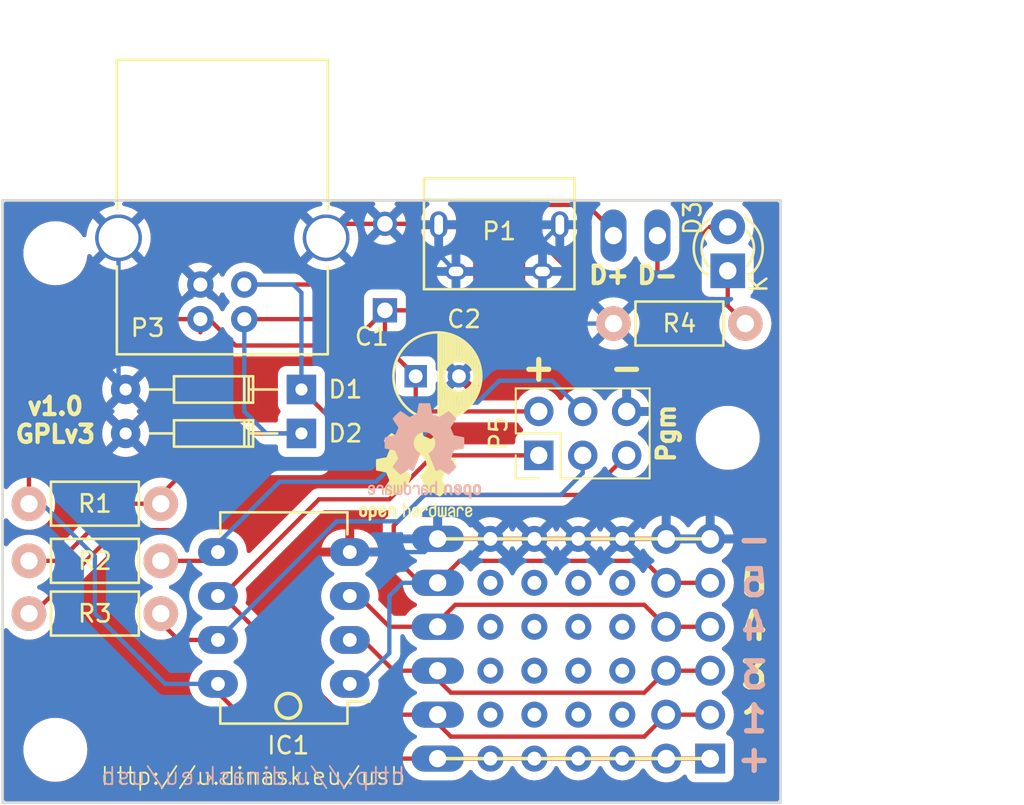
<source format=kicad_pcb>
(kicad_pcb (version 20221018) (generator pcbnew)
  (title_block (title "ATtiny USB Board") (date "2018-08-05") (rev "1.0") (company "JJL") (comment 1 "GPLv3"))
  (layers (0 "F.Cu" signal) (31 "B.Cu" signal) (34 "B.Paste" user) (35 "F.Paste" user) (36 "B.SilkS" user "B.Silkscreen") (37 "F.SilkS" user "F.Silkscreen") (38 "B.Mask" user) (39 "F.Mask" user) (44 "Edge.Cuts" user))
  (net 0 "")
  (net 1 "+5V")
  (net 2 "GND")
  (net 3 "Net-(D1-Pad1)")
  (net 4 "Net-(D2-Pad1)")
  (net 5 "Net-(D3-Pad1)")
  (net 6 "PB5")
  (net 7 "PB3")
  (net 8 "PB4")
  (net 9 "PB1")
  (net 10 "Net-(P1-Pad4)")
  (net 11 "PB0")
  (net 12 "PB2")
  (footprint "Capacitors_ThroughHole:C_Disc_D6_P5" (layer "F.Cu") (at 137.922 68.834 90)
    (fp_text reference "C1" (at -1.524 -0.762 180) (layer "F.SilkS"))
    (fp_text value "100n" hide)
    (pad "1" thru_hole rect (at 0 0 90) (size 1.4 1.4) (drill 0.9) (layers "*.Cu" "*.Mask") (net 1 "+5V"))
    (pad "2" thru_hole circle (at 5 0 90) (size 1.4 1.4) (drill 0.9) (layers "*.Cu" "*.Mask") (net 2 "GND"))
  )
  (footprint "Capacitors_ThroughHole:C_Radial_D5_L11_P2.5" (layer "F.Cu") (at 139.7 72.644)
    (fp_text reference "C2" (at 2.794 -3.302) (layer "F.SilkS"))
    (fp_text value "10u" hide)
    (pad "1" thru_hole rect (at 0 0) (size 1.3 1.3) (drill 0.8) (layers "*.Cu" "*.Mask") (net 1 "+5V"))
    (pad "2" thru_hole circle (at 2.5 0) (size 1.3 1.3) (drill 0.8) (layers "*.Cu" "*.Mask") (net 2 "GND"))
  )
  (footprint "Diodes_ThroughHole:Diode_DO-35_SOD27_Horizontal_RM10" (layer "F.Cu") (at 133.096 73.406 180)
    (fp_text reference "D1" (at -2.54 0 180) (layer "F.SilkS"))
    (fp_text value "3V6" hide)
    (pad "1" thru_hole rect (at 0.00052 -0.00254) (size 1.69926 1.69926) (drill 0.70104) (layers "*.Cu" "*.Mask") (net 3 "Net-(D1-Pad1)"))
    (pad "2" thru_hole circle (at 10.16052 -0.00254) (size 1.69926 1.69926) (drill 0.70104) (layers "*.Cu" "*.Mask") (net 2 "GND"))
  )
  (footprint "Diodes_ThroughHole:Diode_DO-35_SOD27_Horizontal_RM10" (layer "F.Cu") (at 133.096 75.946 180)
    (fp_text reference "D2" (at -2.54 0 180) (layer "F.SilkS"))
    (fp_text value "3V6" hide)
    (pad "1" thru_hole rect (at 0.00052 -0.00254) (size 1.69926 1.69926) (drill 0.70104) (layers "*.Cu" "*.Mask") (net 4 "Net-(D2-Pad1)"))
    (pad "2" thru_hole circle (at 10.16052 -0.00254) (size 1.69926 1.69926) (drill 0.70104) (layers "*.Cu" "*.Mask") (net 2 "GND"))
  )
  (footprint "LEDs:LED-3MM" (layer "F.Cu") (at 157.734 66.548 90)
    (fp_text reference "D3" (at 3.048 -2.032 90) (layer "F.SilkS"))
    (fp_text value "LED" hide)
    (fp_text user "K" (at -0.762 1.778 90) (layer "F.SilkS"))
    (pad "1" thru_hole rect (at 0 0 180) (size 2 2) (drill 1.00076) (layers "*.Cu" "*.Mask") (net 5 "Net-(D3-Pad1)"))
    (pad "2" thru_hole circle (at 2.54 0 90) (size 2 2) (drill 1.00076) (layers "*.Cu" "*.Mask") (net 1 "+5V"))
  )
  (footprint "Housings_DIP:DIP-8_W7.62mm_LongPads" (layer "F.Cu") (at 135.89 90.424 180)
    (fp_text reference "IC1" (at 3.556 -3.556 180) (layer "F.SilkS"))
    (fp_text value "ATTINY45-P" hide)
    (pad "1" thru_hole oval (at 0 0 180) (size 2.3 1.6) (drill 0.8) (layers "*.Cu" "*.Mask") (net 6 "PB5"))
    (pad "2" thru_hole oval (at 0 2.54 180) (size 2.3 1.6) (drill 0.8) (layers "*.Cu" "*.Mask") (net 7 "PB3"))
    (pad "3" thru_hole oval (at 0 5.08 180) (size 2.3 1.6) (drill 0.8) (layers "*.Cu" "*.Mask") (net 8 "PB4"))
    (pad "4" thru_hole oval (at 0 7.62 180) (size 2.3 1.6) (drill 0.8) (layers "*.Cu" "*.Mask") (net 2 "GND"))
    (pad "5" thru_hole oval (at 7.62 7.62 180) (size 2.3 1.6) (drill 0.8) (layers "*.Cu" "*.Mask") (net 11 "PB0"))
    (pad "6" thru_hole oval (at 7.62 5.08 180) (size 2.3 1.6) (drill 0.8) (layers "*.Cu" "*.Mask") (net 9 "PB1"))
    (pad "7" thru_hole oval (at 7.62 2.54 180) (size 2.3 1.6) (drill 0.8) (layers "*.Cu" "*.Mask") (net 12 "PB2"))
    (pad "8" thru_hole oval (at 7.62 0 180) (size 2.3 1.6) (drill 0.8) (layers "*.Cu" "*.Mask") (net 1 "+5V"))
  )
  (footprint "Connect:USB_Micro-B" (layer "F.Cu") (at 144.526 65.024 180)
    (fp_text reference "P1" (at 0 0.762 180) (layer "F.SilkS"))
    (fp_text value "USB_OTG" hide)
    (pad "1" smd rect (at -1.3009 -1.56254 270) (size 1.35 0.4) (layers "F.Cu" "F.Paste" "F.Mask") (net 1 "+5V"))
    (pad "2" smd rect (at -0.6509 -1.56254 270) (size 1.35 0.4) (layers "F.Cu" "F.Paste" "F.Mask") (net 4 "Net-(D2-Pad1)"))
    (pad "3" smd rect (at -0.0009 -1.56254 270) (size 1.35 0.4) (layers "F.Cu" "F.Paste" "F.Mask") (net 3 "Net-(D1-Pad1)"))
    (pad "4" smd rect (at 0.6491 -1.56254 270) (size 1.35 0.4) (layers "F.Cu" "F.Paste" "F.Mask") (net 10 "Net-(P1-Pad4)"))
    (pad "5" smd rect (at 1.2991 -1.56254 270) (size 1.35 0.4) (layers "F.Cu" "F.Paste" "F.Mask") (net 2 "GND"))
    (pad "6" thru_hole oval (at -3.5009 1.13746 270) (size 1.55 1) (drill oval 1.15 0.5) (layers "*.Cu" "*.Mask") (net 2 "GND"))
    (pad "6" thru_hole oval (at -2.5009 -1.56254 270) (size 0.95 1.25) (drill oval 0.55 0.85) (layers "*.Cu" "*.Mask") (net 2 "GND"))
    (pad "6" thru_hole oval (at 2.4991 -1.56254 270) (size 0.95 1.25) (drill oval 0.55 0.85) (layers "*.Cu" "*.Mask") (net 2 "GND"))
    (pad "6" thru_hole oval (at 3.4991 1.13746 270) (size 1.55 1) (drill oval 1.15 0.5) (layers "*.Cu" "*.Mask") (net 2 "GND"))
  )
  (footprint "Connect:PINHEAD1-2" (layer "F.Cu") (at 152.4 64.516 180)
    (fp_text reference "P2" hide)
    (fp_text value "CONN_01X02" hide)
    (pad "1" thru_hole oval (at -1.27 0 180) (size 1.50622 3.01498) (drill 0.99822) (layers "*.Cu" "*.Mask") (net 4 "Net-(D2-Pad1)"))
    (pad "2" thru_hole oval (at 1.27 0 180) (size 1.50622 3.01498) (drill 0.99822) (layers "*.Cu" "*.Mask") (net 3 "Net-(D1-Pad1)"))
  )
  (footprint "Connect:USB_B" (layer "F.Cu") (at 127.254 69.342 90)
    (fp_text reference "P3" (at -0.508 -3.048 180) (layer "F.SilkS"))
    (fp_text value "USB_B")
    (pad "1" thru_hole circle (at 0 0) (size 1.524 1.524) (drill 0.8128) (layers "*.Cu" "*.Mask") (net 1 "+5V"))
    (pad "2" thru_hole circle (at 0 2.54) (size 1.524 1.524) (drill 0.8128) (layers "*.Cu" "*.Mask") (net 4 "Net-(D2-Pad1)"))
    (pad "3" thru_hole circle (at 1.99898 2.54) (size 1.524 1.524) (drill 0.8128) (layers "*.Cu" "*.Mask") (net 3 "Net-(D1-Pad1)"))
    (pad "4" thru_hole circle (at 1.99898 0) (size 1.524 1.524) (drill 0.8128) (layers "*.Cu" "*.Mask") (net 2 "GND"))
    (pad "5" thru_hole circle (at 4.699 -4.72948) (size 2.70002 2.70002) (drill 2.30124) (layers "*.Cu" "*.Mask") (net 2 "GND"))
    (pad "5" thru_hole circle (at 4.699 7.26948) (size 2.70002 2.70002) (drill 2.30124) (layers "*.Cu" "*.Mask") (net 2 "GND"))
  )
  (footprint "Connect:IDC_Header_Straight_12pins" (layer "F.Cu") (at 156.718 94.742 90)
    (fp_text reference "P4" hide)
    (fp_text value "CONN_02X06" hide)
    (pad "1" thru_hole rect (at 0 0 90) (size 1.7272 1.7272) (drill 1.016) (layers "*.Cu" "*.Mask") (net 1 "+5V"))
    (pad "2" thru_hole oval (at 0 -2.54 90) (size 1.7272 1.7272) (drill 1.016) (layers "*.Cu" "*.Mask") (net 1 "+5V"))
    (pad "3" thru_hole oval (at 2.54 0 90) (size 1.7272 1.7272) (drill 1.016) (layers "*.Cu" "*.Mask") (net 9 "PB1"))
    (pad "4" thru_hole oval (at 2.54 -2.54 90) (size 1.7272 1.7272) (drill 1.016) (layers "*.Cu" "*.Mask") (net 9 "PB1"))
    (pad "5" thru_hole oval (at 5.08 0 90) (size 1.7272 1.7272) (drill 1.016) (layers "*.Cu" "*.Mask") (net 7 "PB3"))
    (pad "6" thru_hole oval (at 5.08 -2.54 90) (size 1.7272 1.7272) (drill 1.016) (layers "*.Cu" "*.Mask") (net 7 "PB3"))
    (pad "7" thru_hole oval (at 7.62 0 90) (size 1.7272 1.7272) (drill 1.016) (layers "*.Cu" "*.Mask") (net 8 "PB4"))
    (pad "8" thru_hole oval (at 7.62 -2.54 90) (size 1.7272 1.7272) (drill 1.016) (layers "*.Cu" "*.Mask") (net 8 "PB4"))
    (pad "9" thru_hole oval (at 10.16 0 90) (size 1.7272 1.7272) (drill 1.016) (layers "*.Cu" "*.Mask") (net 6 "PB5"))
    (pad "10" thru_hole oval (at 10.16 -2.54 90) (size 1.7272 1.7272) (drill 1.016) (layers "*.Cu" "*.Mask") (net 6 "PB5"))
    (pad "11" thru_hole oval (at 12.7 0 90) (size 1.7272 1.7272) (drill 1.016) (layers "*.Cu" "*.Mask") (net 2 "GND"))
    (pad "12" thru_hole oval (at 12.7 -2.54 90) (size 1.7272 1.7272) (drill 1.016) (layers "*.Cu" "*.Mask") (net 2 "GND"))
  )
  (footprint "Resistors_ThroughHole:Resistor_Horizontal_RM7mm" (layer "F.Cu") (at 117.348 80.01)
    (fp_text reference "R1" (at 3.81 0) (layer "F.SilkS"))
    (fp_text value "1K5" hide)
    (pad "1" thru_hole circle (at 0 0) (size 1.99898 1.99898) (drill 1.00076) (layers "*.Cu" "*.SilkS" "*.Mask") (net 1 "+5V"))
    (pad "2" thru_hole circle (at 7.62 0) (size 1.99898 1.99898) (drill 1.00076) (layers "*.Cu" "*.SilkS" "*.Mask") (net 4 "Net-(D2-Pad1)"))
  )
  (footprint "Resistors_ThroughHole:Resistor_Horizontal_RM7mm" (layer "F.Cu") (at 124.968 83.312 180)
    (fp_text reference "R2" (at 3.81 0 180) (layer "F.SilkS"))
    (fp_text value "68" hide)
    (pad "1" thru_hole circle (at 0 0 180) (size 1.99898 1.99898) (drill 1.00076) (layers "*.Cu" "*.SilkS" "*.Mask") (net 11 "PB0"))
    (pad "2" thru_hole circle (at 7.62 0 180) (size 1.99898 1.99898) (drill 1.00076) (layers "*.Cu" "*.SilkS" "*.Mask") (net 4 "Net-(D2-Pad1)"))
  )
  (footprint "Resistors_ThroughHole:Resistor_Horizontal_RM7mm" (layer "F.Cu") (at 124.968 86.36 180)
    (fp_text reference "R3" (at 3.81 0 180) (layer "F.SilkS"))
    (fp_text value "68" hide)
    (pad "1" thru_hole circle (at 0 0 180) (size 1.99898 1.99898) (drill 1.00076) (layers "*.Cu" "*.SilkS" "*.Mask") (net 12 "PB2"))
    (pad "2" thru_hole circle (at 7.62 0 180) (size 1.99898 1.99898) (drill 1.00076) (layers "*.Cu" "*.SilkS" "*.Mask") (net 3 "Net-(D1-Pad1)"))
  )
  (footprint "Resistors_ThroughHole:Resistor_Horizontal_RM7mm" (layer "F.Cu") (at 158.75 69.596 180)
    (fp_text reference "R4" (at 3.81 0 180) (layer "F.SilkS"))
    (fp_text value "330" hide)
    (pad "1" thru_hole circle (at 0 0 180) (size 1.99898 1.99898) (drill 1.00076) (layers "*.Cu" "*.SilkS" "*.Mask") (net 5 "Net-(D3-Pad1)"))
    (pad "2" thru_hole circle (at 7.62 0 180) (size 1.99898 1.99898) (drill 1.00076) (layers "*.Cu" "*.SilkS" "*.Mask") (net 2 "GND"))
  )
  (footprint "Mounting_Holes:MountingHole_3.2mm_M3_ISO14580" (layer "F.Cu") (at 118.872 65.532)
    (fp_text reference "REF**" hide)
    (fp_text value "MountingHole_3.2mm_M3_ISO14580" hide)
    (pad "" np_thru_hole circle (at 0 0) (size 3.2 3.2) (drill 3.2) (layers "*.Cu" "*.Mask"))
  )
  (footprint "Connect:PINHEAD1-6" (layer "F.Cu") (at 140.97 88.392 90)
    (fp_text reference "P6" hide)
    (fp_text value "CONN_01X06" hide)
    (pad "1" thru_hole oval (at -6.35 0 90) (size 1.50622 3.01498) (drill 0.99822) (layers "*.Cu" "*.Mask") (net 1 "+5V"))
    (pad "2" thru_hole oval (at -3.81 0 90) (size 1.50622 3.01498) (drill 0.99822) (layers "*.Cu" "*.Mask") (net 9 "PB1"))
    (pad "3" thru_hole oval (at -1.27 0 90) (size 1.50622 3.01498) (drill 0.99822) (layers "*.Cu" "*.Mask") (net 7 "PB3"))
    (pad "4" thru_hole oval (at 1.27 0 90) (size 1.50622 3.01498) (drill 0.99822) (layers "*.Cu" "*.Mask") (net 8 "PB4"))
    (pad "5" thru_hole oval (at 3.81 0 90) (size 1.50622 3.01498) (drill 0.99822) (layers "*.Cu" "*.Mask") (net 6 "PB5"))
    (pad "6" thru_hole oval (at 6.35 0 90) (size 1.50622 3.01498) (drill 0.99822) (layers "*.Cu" "*.Mask") (net 2 "GND"))
  )
  (footprint "Measurement_Points:Measurement_Point_Round-TH_Small" (layer "F.Cu") (at 151.638 82.042)
    (fp_text reference "REF**" hide)
    (fp_text value "Measurement_Point_Round-TH_Small" hide)
    (pad "1" thru_hole circle (at 0 0) (size 1.5 1.5) (drill 0.8) (layers "*.Cu" "*.Mask") (net 2 "GND"))
  )
  (footprint "Symbols:OSHW-Logo2_7.3x6mm_SilkScreen" (layer "F.Cu") (at 139.7 78.232)
    (fp_text reference "REF***" hide)
    (fp_text value "OSHW-Logo2_7.3x6mm_SilkScreen" hide)
  )
  (footprint "ph:PinHeader_2x03_P2.54mm_Vertical" (layer "F.Cu") (at 146.812 77.216 90)
    (fp_text reference "P5" (at 1.27 -2.33 90) (layer "F.SilkS"))
    (fp_text value "CONN_02X03" hide)
    (pad "1" thru_hole rect (at 0 0 90) (size 1.7 1.7) (drill 1) (layers "*.Cu" "*.Mask") (net 9 "PB1"))
    (pad "2" thru_hole oval (at 2.54 0 90) (size 1.7 1.7) (drill 1) (layers "*.Cu" "*.Mask") (net 1 "+5V"))
    (pad "3" thru_hole oval (at 0 2.54 90) (size 1.7 1.7) (drill 1) (layers "*.Cu" "*.Mask") (net 12 "PB2"))
    (pad "4" thru_hole oval (at 2.54 2.54 90) (size 1.7 1.7) (drill 1) (layers "*.Cu" "*.Mask") (net 11 "PB0"))
    (pad "5" thru_hole oval (at 0 5.08 90) (size 1.7 1.7) (drill 1) (layers "*.Cu" "*.Mask") (net 6 "PB5"))
    (pad "6" thru_hole oval (at 2.54 5.08 90) (size 1.7 1.7) (drill 1) (layers "*.Cu" "*.Mask") (net 2 "GND"))
  )
  (footprint "Mounting_Holes:MountingHole_3.2mm_M3_ISO14580" (layer "F.Cu") (at 118.872 94.234)
    (fp_text reference "REF**" hide)
    (fp_text value "MountingHole_3.2mm_M3_ISO14580" hide)
    (pad "" np_thru_hole circle (at 0 0) (size 3.2 3.2) (drill 3.2) (layers "*.Cu" "*.Mask"))
  )
  (footprint "Mounting_Holes:MountingHole_3.2mm_M3_ISO14580" (layer "F.Cu") (at 157.734 76.2)
    (fp_text reference "REF**" hide)
    (fp_text value "MountingHole_3.2mm_M3_ISO14580" hide)
    (pad "" np_thru_hole circle (at 0 0) (size 3.2 3.2) (drill 3.2) (layers "*.Cu" "*.Mask"))
  )
  (footprint "Measurement_Points:Measurement_Point_Round-TH_Small" (layer "F.Cu") (at 149.098 82.042)
    (fp_text reference "REF**" hide)
    (fp_text value "Measurement_Point_Round-TH_Small" hide)
    (pad "1" thru_hole circle (at 0 0) (size 1.5 1.5) (drill 0.8) (layers "*.Cu" "*.Mask") (net 2 "GND"))
  )
  (footprint "Measurement_Points:Measurement_Point_Round-TH_Small" (layer "F.Cu") (at 146.558 82.042)
    (fp_text reference "REF**" hide)
    (fp_text value "Measurement_Point_Round-TH_Small" hide)
    (pad "1" thru_hole circle (at 0 0) (size 1.5 1.5) (drill 0.8) (layers "*.Cu" "*.Mask") (net 2 "GND"))
  )
  (footprint "Measurement_Points:Measurement_Point_Round-TH_Small" (layer "F.Cu") (at 144.018 82.042)
    (fp_text reference "REF**" hide)
    (fp_text value "Measurement_Point_Round-TH_Small" hide)
    (pad "1" thru_hole circle (at 0 0) (size 1.5 1.5) (drill 0.8) (layers "*.Cu" "*.Mask") (net 2 "GND"))
  )
  (footprint "Measurement_Points:Measurement_Point_Round-TH_Small" (layer "F.Cu") (at 144.018 84.582)
    (fp_text reference "REF**" hide)
    (fp_text value "Measurement_Point_Round-TH_Small" hide)
    (pad "1" thru_hole circle (at 0 0) (size 1.5 1.5) (drill 0.8) (layers "*.Cu" "*.Mask"))
  )
  (footprint "Measurement_Points:Measurement_Point_Round-TH_Small" (layer "F.Cu") (at 146.558 84.582)
    (fp_text reference "REF**" hide)
    (fp_text value "Measurement_Point_Round-TH_Small" hide)
    (pad "1" thru_hole circle (at 0 0) (size 1.5 1.5) (drill 0.8) (layers "*.Cu" "*.Mask"))
  )
  (footprint "Measurement_Points:Measurement_Point_Round-TH_Small" (layer "F.Cu") (at 149.098 84.582)
    (fp_text reference "REF**" hide)
    (fp_text value "Measurement_Point_Round-TH_Small" hide)
    (pad "1" thru_hole circle (at 0 0) (size 1.5 1.5) (drill 0.8) (layers "*.Cu" "*.Mask"))
  )
  (footprint "Measurement_Points:Measurement_Point_Round-TH_Small" (layer "F.Cu") (at 151.638 84.582)
    (fp_text reference "REF**" hide)
    (fp_text value "Measurement_Point_Round-TH_Small" hide)
    (pad "1" thru_hole circle (at 0 0) (size 1.5 1.5) (drill 0.8) (layers "*.Cu" "*.Mask"))
  )
  (footprint "Measurement_Points:Measurement_Point_Round-TH_Small" (layer "F.Cu") (at 151.638 89.662)
    (fp_text reference "REF**" hide)
    (fp_text value "Measurement_Point_Round-TH_Small" hide)
    (pad "1" thru_hole circle (at 0 0) (size 1.5 1.5) (drill 0.8) (layers "*.Cu" "*.Mask"))
  )
  (footprint "Measurement_Points:Measurement_Point_Round-TH_Small" (layer "F.Cu") (at 149.098 89.662)
    (fp_text reference "REF**" hide)
    (fp_text value "Measurement_Point_Round-TH_Small" hide)
    (pad "1" thru_hole circle (at 0 0) (size 1.5 1.5) (drill 0.8) (layers "*.Cu" "*.Mask"))
  )
  (footprint "Measurement_Points:Measurement_Point_Round-TH_Small" (layer "F.Cu") (at 146.558 89.662)
    (fp_text reference "REF**" hide)
    (fp_text value "Measurement_Point_Round-TH_Small" hide)
    (pad "1" thru_hole circle (at 0 0) (size 1.5 1.5) (drill 0.8) (layers "*.Cu" "*.Mask"))
  )
  (footprint "Measurement_Points:Measurement_Point_Round-TH_Small" (layer "F.Cu") (at 144.018 89.662)
    (fp_text reference "REF**" hide)
    (fp_text value "Measurement_Point_Round-TH_Small" hide)
    (pad "1" thru_hole circle (at 0 0) (size 1.5 1.5) (drill 0.8) (layers "*.Cu" "*.Mask"))
  )
  (footprint "Measurement_Points:Measurement_Point_Round-TH_Small" (layer "F.Cu") (at 144.018 87.122)
    (fp_text reference "REF**" hide)
    (fp_text value "Measurement_Point_Round-TH_Small" hide)
    (pad "1" thru_hole circle (at 0 0) (size 1.5 1.5) (drill 0.8) (layers "*.Cu" "*.Mask"))
  )
  (footprint "Measurement_Points:Measurement_Point_Round-TH_Small" (layer "F.Cu") (at 146.558 87.122)
    (fp_text reference "REF**" hide)
    (fp_text value "Measurement_Point_Round-TH_Small" hide)
    (pad "1" thru_hole circle (at 0 0) (size 1.5 1.5) (drill 0.8) (layers "*.Cu" "*.Mask"))
  )
  (footprint "Measurement_Points:Measurement_Point_Round-TH_Small" (layer "F.Cu") (at 149.098 87.122)
    (fp_text reference "REF**" hide)
    (fp_text value "Measurement_Point_Round-TH_Small" hide)
    (pad "1" thru_hole circle (at 0 0) (size 1.5 1.5) (drill 0.8) (layers "*.Cu" "*.Mask"))
  )
  (footprint "Measurement_Points:Measurement_Point_Round-TH_Small" (layer "F.Cu") (at 151.638 87.122)
    (fp_text reference "REF**" hide)
    (fp_text value "Measurement_Point_Round-TH_Small" hide)
    (pad "1" thru_hole circle (at 0 0) (size 1.5 1.5) (drill 0.8) (layers "*.Cu" "*.Mask"))
  )
  (footprint "Measurement_Points:Measurement_Point_Round-TH_Small" (layer "F.Cu") (at 151.638 92.202)
    (fp_text reference "REF**" hide)
    (fp_text value "Measurement_Point_Round-TH_Small" hide)
    (pad "1" thru_hole circle (at 0 0) (size 1.5 1.5) (drill 0.8) (layers "*.Cu" "*.Mask"))
  )
  (footprint "Measurement_Points:Measurement_Point_Round-TH_Small" (layer "F.Cu") (at 149.098 92.202)
    (fp_text reference "REF**" hide)
    (fp_text value "Measurement_Point_Round-TH_Small" hide)
    (pad "1" thru_hole circle (at 0 0) (size 1.5 1.5) (drill 0.8) (layers "*.Cu" "*.Mask"))
  )
  (footprint "Measurement_Points:Measurement_Point_Round-TH_Small" (layer "F.Cu") (at 146.558 92.202)
    (fp_text reference "REF**" hide)
    (fp_text value "Measurement_Point_Round-TH_Small" hide)
    (pad "1" thru_hole circle (at 0 0) (size 1.5 1.5) (drill 0.8) (layers "*.Cu" "*.Mask"))
  )
  (footprint "Measurement_Points:Measurement_Point_Round-TH_Small" (layer "F.Cu") (at 144.018 92.202)
    (fp_text reference "REF**" hide)
    (fp_text value "Measurement_Point_Round-TH_Small" hide)
    (pad "1" thru_hole circle (at 0 0) (size 1.5 1.5) (drill 0.8) (layers "*.Cu" "*.Mask"))
  )
  (footprint "Measurement_Points:Measurement_Point_Round-TH_Small" (layer "F.Cu") (at 144.018 94.742)
    (fp_text reference "REF**" hide)
    (fp_text value "Measurement_Point_Round-TH_Small" hide)
    (pad "1" thru_hole circle (at 0 0) (size 1.5 1.5) (drill 0.8) (layers "*.Cu" "*.Mask") (net 1 "+5V"))
  )
  (footprint "Measurement_Points:Measurement_Point_Round-TH_Small" (layer "F.Cu") (at 146.558 94.742)
    (fp_text reference "REF**" hide)
    (fp_text value "Measurement_Point_Round-TH_Small" hide)
    (pad "1" thru_hole circle (at 0 0) (size 1.5 1.5) (drill 0.8) (layers "*.Cu" "*.Mask") (net 1 "+5V"))
  )
  (footprint "Measurement_Points:Measurement_Point_Round-TH_Small" (layer "F.Cu") (at 149.098 94.742)
    (fp_text reference "REF**" hide)
    (fp_text value "Measurement_Point_Round-TH_Small" hide)
    (pad "1" thru_hole circle (at 0 0) (size 1.5 1.5) (drill 0.8) (layers "*.Cu" "*.Mask") (net 1 "+5V"))
  )
  (footprint "Measurement_Points:Measurement_Point_Round-TH_Small" (layer "F.Cu") (at 151.638 94.742)
    (fp_text reference "REF**" hide)
    (fp_text value "Measurement_Point_Round-TH_Small" hide)
    (pad "1" thru_hole circle (at 0 0) (size 1.5 1.5) (drill 0.8) (layers "*.Cu" "*.Mask") (net 1 "+5V"))
  )
  (footprint "Symbols:OSHW-Logo2_7.3x6mm_SilkScreen" (layer "B.Cu") (at 140.208 76.962 180)
    (fp_text reference "REF***" hide)
    (fp_text value "OSHW-Logo2_7.3x6mm_SilkScreen" hide)
  )
  (gr_line (start 140.97 94.742) (end 156.718 94.742) (stroke (width 0.2)) (layer "F.SilkS"))
  (gr_line (start 140.97 82.042) (end 156.718 82.042) (stroke (width 0.2)) (layer "F.SilkS"))
  (gr_circle (center 132.334 91.694) (end 132.842 92.202) (stroke (width 0.2)) (fill none) (layer "F.SilkS"))
  (gr_line (start 160.782 62.484) (end 115.824 62.484) (stroke (width 0.15)) (layer "Edge.Cuts"))
  (gr_line (start 115.824 97.282) (end 160.782 97.282) (stroke (width 0.15)) (layer "Edge.Cuts"))
  (gr_line (start 160.782 97.282) (end 160.782 62.484) (stroke (width 0.15)) (layer "Edge.Cuts"))
  (gr_line (start 115.824 62.484) (end 115.824 97.282) (stroke (width 0.15)) (layer "Edge.Cuts"))
  (gr_text "-" (at 159.258 82.042) (layer "B.SilkS") (effects (font (size 1.5 1.5) (thickness 0.3)) (justify mirror)))
  (gr_text "+" (at 159.258 94.742) (layer "B.SilkS") (effects (font (size 1.5 1.5) (thickness 0.3)) (justify mirror)))
  (gr_text "1" (at 159.258 92.456) (layer "B.SilkS") (effects (font (size 1.5 1.5) (thickness 0.3)) (justify mirror)))
  (gr_text "3" (at 159.258 89.916) (layer "B.SilkS") (effects (font (size 1.5 1.5) (thickness 0.3)) (justify mirror)))
  (gr_text "4" (at 159.258 87.122) (layer "B.SilkS") (effects (font (size 1.5 1.5) (thickness 0.3)) (justify mirror)))
  (gr_text "5" (at 159.258 84.582) (layer "B.SilkS") (effects (font (size 1.5 1.5) (thickness 0.3)) (justify mirror)))
  (gr_text "http://u.dinask.eu/usb" (at 130.302 95.758) (layer "B.SilkS") (effects (font (size 1 1) (thickness 0.1)) (justify mirror)))
  (gr_text "4" (at 159.258 87.122) (layer "F.SilkS") (effects (font (size 1.5 1.5) (thickness 0.3))))
  (gr_text "3" (at 159.258 89.916) (layer "F.SilkS") (effects (font (size 1.5 1.5) (thickness 0.3))))
  (gr_text "1" (at 159.258 92.456) (layer "F.SilkS") (effects (font (size 1.5 1.5) (thickness 0.3))))
  (gr_text "+" (at 159.258 94.742) (layer "F.SilkS") (effects (font (size 1.5 1.5) (thickness 0.3))))
  (gr_text "-" (at 159.258 82.042) (layer "F.SilkS") (effects (font (size 1.5 1.5) (thickness 0.3))))
  (gr_text "D+" (at 150.876 66.802) (layer "F.SilkS") (effects (font (size 1 1) (thickness 0.25))))
  (gr_text "D-" (at 153.67 66.802) (layer "F.SilkS") (effects (font (size 1 1) (thickness 0.25))))
  (gr_text "+" (at 146.812 72.136) (layer "F.SilkS") (effects (font (size 1.5 1.5) (thickness 0.3))))
  (gr_text "-" (at 151.892 72.136) (layer "F.SilkS") (effects (font (size 1.5 1.5) (thickness 0.3))))
  (gr_text "http://u.dinask.eu/usb" (at 130.302 95.758) (layer "F.SilkS") (effects (font (size 1 1) (thickness 0.1))))
  (gr_text "5" (at 159.258 84.582) (layer "F.SilkS") (effects (font (size 1.5 1.5) (thickness 0.3))))
  (gr_text "v1.0\nGPLv3" (at 118.872 75.184) (layer "F.SilkS") (effects (font (size 1 1) (thickness 0.25))))
  (gr_text "Pgm" (at 154.178 75.946 90) (layer "F.SilkS") (effects (font (size 1 1) (thickness 0.25))))
  (segment (start 154.178 94.742) (end 151.638 94.742) (width 0.25) (layer "F.Cu") (net 1))
  (segment (start 151.638 94.742) (end 149.098 94.742) (width 0.25) (layer "F.Cu") (net 1))
  (segment (start 149.098 94.742) (end 146.558 94.742) (width 0.25) (layer "F.Cu") (net 1))
  (segment (start 146.558 94.742) (end 144.018 94.742) (width 0.25) (layer "F.Cu") (net 1))
  (segment (start 145.8269 68.0411) (end 145.034 68.834) (width 0.25) (layer "F.Cu") (net 1))
  (segment (start 145.034 68.834) (end 137.922 68.834) (width 0.25) (layer "F.Cu") (net 1))
  (segment (start 127.762 69.342) (end 129.286 70.866) (width 0.25) (layer "F.Cu") (net 1))
  (segment (start 129.286 70.866) (end 135.89 70.866) (width 0.25) (layer "F.Cu") (net 1))
  (segment (start 135.89 70.866) (end 137.922 68.834) (width 0.25) (layer "F.Cu") (net 1))
  (segment (start 137.922 70.866) (end 139.7 72.644) (width 0.25) (layer "F.Cu") (net 1))
  (segment (start 145.8269 67.0869) (end 146.558 67.818) (width 0.25) (layer "F.Cu") (net 1))
  (segment (start 146.558 67.818) (end 153.67 67.818) (width 0.25) (layer "F.Cu") (net 1))
  (segment (start 153.67 67.818) (end 155.956 65.532) (width 0.25) (layer "F.Cu") (net 1))
  (segment (start 155.956 65.532) (end 155.956 64.77) (width 0.25) (layer "F.Cu") (net 1))
  (segment (start 155.956 64.77) (end 156.718 64.008) (width 0.25) (layer "F.Cu") (net 1))
  (segment (start 156.718 64.008) (end 157.734 64.008) (width 0.25) (layer "F.Cu") (net 1))
  (segment (start 128.27 90.932) (end 132.08 94.742) (width 0.25) (layer "F.Cu") (net 1))
  (segment (start 132.08 94.742) (end 140.97 94.742) (width 0.25) (layer "F.Cu") (net 1))
  (segment (start 117.348 75.184) (end 123.19 69.342) (width 0.25) (layer "F.Cu") (net 1))
  (segment (start 123.19 69.342) (end 127.254 69.342) (width 0.25) (layer "F.Cu") (net 1))
  (segment (start 139.7 73.914) (end 140.462 74.676) (width 0.25) (layer "F.Cu") (net 1))
  (segment (start 140.462 74.676) (end 146.812 74.676) (width 0.25) (layer "F.Cu") (net 1))
  (segment (start 137.922 68.834) (end 137.922 70.866) (width 0.25) (layer "F.Cu") (net 1))
  (segment (start 145.8269 66.58654) (end 145.8269 67.0869) (width 0.25) (layer "F.Cu") (net 1))
  (segment (start 127.254 69.342) (end 127.254 70.104) (width 0.25) (layer "F.Cu") (net 1))
  (segment (start 128.27 90.424) (end 128.27 90.932) (width 0.25) (layer "F.Cu") (net 1))
  (segment (start 117.348 80.01) (end 117.348 75.184) (width 0.25) (layer "F.Cu") (net 1))
  (segment (start 145.8269 66.58654) (end 145.8269 68.0411) (width 0.25) (layer "F.Cu") (net 1))
  (segment (start 139.7 72.644) (end 139.7 73.914) (width 0.25) (layer "F.Cu") (net 1))
  (segment (start 156.718 94.742) (end 154.178 94.742) (width 0.25) (layer "F.Cu") (net 1))
  (segment (start 127.254 69.342) (end 127.762 69.342) (width 0.25) (layer "F.Cu") (net 1))
  (segment (start 144.018 94.742) (end 140.97 94.742) (width 0.25) (layer "F.Cu") (net 1))
  (segment (start 118.11 80.01) (end 121.158 83.058) (width 0.25) (layer "B.Cu") (net 1))
  (segment (start 121.158 83.058) (end 121.158 86.36) (width 0.25) (layer "B.Cu") (net 1))
  (segment (start 121.158 86.36) (end 125.222 90.424) (width 0.25) (layer "B.Cu") (net 1))
  (segment (start 125.222 90.424) (end 128.27 90.424) (width 0.25) (layer "B.Cu") (net 1))
  (segment (start 117.348 80.01) (end 118.11 80.01) (width 0.25) (layer "B.Cu") (net 1))
  (segment (start 154.178 82.042) (end 151.638 82.042) (width 0.25) (layer "F.Cu") (net 2))
  (segment (start 151.638 82.042) (end 149.098 82.042) (width 0.25) (layer "F.Cu") (net 2))
  (segment (start 149.098 82.042) (end 146.558 82.042) (width 0.25) (layer "F.Cu") (net 2))
  (segment (start 146.558 82.042) (end 144.018 82.042) (width 0.25) (layer "F.Cu") (net 2))
  (segment (start 140.97436 63.834) (end 141.0269 63.88654) (width 0.25) (layer "F.Cu") (net 2))
  (segment (start 135.33248 63.834) (end 134.52348 64.643) (width 0.25) (layer "F.Cu") (net 2))
  (segment (start 137.922 63.834) (end 135.33248 63.834) (width 0.25) (layer "F.Cu") (net 2))
  (segment (start 143.2269 66.58654) (end 142.0269 66.58654) (width 0.25) (layer "F.Cu") (net 2))
  (segment (start 144.018 82.042) (end 140.97 82.042) (width 0.25) (layer "F.Cu") (net 2))
  (segment (start 137.922 63.834) (end 140.97436 63.834) (width 0.25) (layer "F.Cu") (net 2))
  (segment (start 156.718 82.042) (end 154.178 82.042) (width 0.25) (layer "F.Cu") (net 2))
  (segment (start 147.0269 64.88654) (end 148.0269 63.88654) (width 0.25) (layer "B.Cu") (net 2))
  (segment (start 147.0269 67.5249) (end 149.098 69.596) (width 0.25) (layer "B.Cu") (net 2))
  (segment (start 149.098 69.596) (end 151.13 69.596) (width 0.25) (layer "B.Cu") (net 2))
  (segment (start 142.02454 66.58654) (end 141.0269 65.5889) (width 0.25) (layer "B.Cu") (net 2))
  (segment (start 141.0269 65.5889) (end 141.0269 63.88654) (width 0.25) (layer "B.Cu") (net 2))
  (segment (start 140.208 82.804) (end 140.97 82.042) (width 0.25) (layer "B.Cu") (net 2))
  (segment (start 122.52452 72.99758) (end 122.93548 73.40854) (width 0.25) (layer "B.Cu") (net 2))
  (segment (start 147.0269 66.58654) (end 147.0269 67.5249) (width 0.25) (layer "B.Cu") (net 2))
  (segment (start 142.0269 66.58654) (end 142.02454 66.58654) (width 0.25) (layer "B.Cu") (net 2))
  (segment (start 135.89 82.804) (end 140.208 82.804) (width 0.25) (layer "B.Cu") (net 2))
  (segment (start 141.0269 63.88654) (end 148.0269 63.88654) (width 0.25) (layer "B.Cu") (net 2))
  (segment (start 147.0269 66.58654) (end 147.0269 64.88654) (width 0.25) (layer "B.Cu") (net 2))
  (segment (start 122.52452 64.643) (end 122.52452 72.99758) (width 0.25) (layer "B.Cu") (net 2))
  (segment (start 134.84098 67.34302) (end 136.906 65.278) (width 0.25) (layer "F.Cu") (net 3))
  (segment (start 136.906 65.278) (end 144.272 65.278) (width 0.25) (layer "F.Cu") (net 3))
  (segment (start 144.272 65.278) (end 144.5269 65.5329) (width 0.25) (layer "F.Cu") (net 3))
  (segment (start 144.5269 65.5329) (end 144.5269 66.58654) (width 0.25) (layer "F.Cu") (net 3))
  (segment (start 144.5269 65.5311) (end 145.288 64.77) (width 0.25) (layer "F.Cu") (net 3))
  (segment (start 145.288 64.77) (end 147.32 62.738) (width 0.25) (layer "F.Cu") (net 3))
  (segment (start 147.32 62.738) (end 149.606 62.738) (width 0.25) (layer "F.Cu") (net 3))
  (segment (start 149.606 62.738) (end 151.13 64.262) (width 0.25) (layer "F.Cu") (net 3))
  (segment (start 151.13 64.262) (end 151.13 64.516) (width 0.25) (layer "F.Cu") (net 3))
  (segment (start 117.602 86.36) (end 122.428 81.534) (width 0.25) (layer "F.Cu") (net 3))
  (segment (start 122.428 81.534) (end 125.73 81.534) (width 0.25) (layer "F.Cu") (net 3))
  (segment (start 125.73 81.534) (end 129.54 77.724) (width 0.25) (layer "F.Cu") (net 3))
  (segment (start 129.54 77.724) (end 134.112 77.724) (width 0.25) (layer "F.Cu") (net 3))
  (segment (start 134.112 77.724) (end 134.874 76.962) (width 0.25) (layer "F.Cu") (net 3))
  (segment (start 134.874 76.962) (end 134.874 75.18706) (width 0.25) (layer "F.Cu") (net 3))
  (segment (start 134.874 75.18706) (end 133.09548 73.40854) (width 0.25) (layer "F.Cu") (net 3))
  (segment (start 129.794 67.34302) (end 134.84098 67.34302) (width 0.25) (layer "F.Cu") (net 3))
  (segment (start 144.5269 66.58654) (end 144.5269 65.5311) (width 0.25) (layer "F.Cu") (net 3))
  (segment (start 117.348 86.36) (end 117.602 86.36) (width 0.25) (layer "F.Cu") (net 3))
  (segment (start 133.09548 67.81748) (end 132.62102 67.34302) (width 0.25) (layer "B.Cu") (net 3))
  (segment (start 132.62102 67.34302) (end 129.794 67.34302) (width 0.25) (layer "B.Cu") (net 3))
  (segment (start 133.09548 73.40854) (end 133.09548 67.81748) (width 0.25) (layer "B.Cu") (net 3))
  (segment (start 134.366 69.342) (end 136.652 67.056) (width 0.25) (layer "F.Cu") (net 4))
  (segment (start 136.652 67.056) (end 140.462 67.056) (width 0.25) (layer "F.Cu") (net 4))
  (segment (start 140.462 67.056) (end 141.732 68.326) (width 0.25) (layer "F.Cu") (net 4))
  (segment (start 141.732 68.326) (end 144.526 68.326) (width 0.25) (layer "F.Cu") (net 4))
  (segment (start 144.526 68.326) (end 145.1769 67.6751) (width 0.25) (layer "F.Cu") (net 4))
  (segment (start 145.1769 67.6751) (end 145.1769 66.58654) (width 0.25) (layer "F.Cu") (net 4))
  (segment (start 145.1769 65.6431) (end 145.542 65.278) (width 0.25) (layer "F.Cu") (net 4))
  (segment (start 145.542 65.278) (end 147.32 65.278) (width 0.25) (layer "F.Cu") (net 4))
  (segment (start 147.32 65.278) (end 149.352 67.31) (width 0.25) (layer "F.Cu") (net 4))
  (segment (start 149.352 67.31) (end 153.416 67.31) (width 0.25) (layer "F.Cu") (net 4))
  (segment (start 153.416 67.31) (end 153.67 67.056) (width 0.25) (layer "F.Cu") (net 4))
  (segment (start 153.67 67.056) (end 153.67 64.516) (width 0.25) (layer "F.Cu") (net 4))
  (segment (start 124.968 79.502) (end 128.52146 75.94854) (width 0.25) (layer "F.Cu") (net 4))
  (segment (start 128.52146 75.94854) (end 133.09548 75.94854) (width 0.25) (layer "F.Cu") (net 4))
  (segment (start 119.126 83.312) (end 122.428 80.01) (width 0.25) (layer "F.Cu") (net 4))
  (segment (start 122.428 80.01) (end 124.968 80.01) (width 0.25) (layer "F.Cu") (net 4))
  (segment (start 124.968 80.01) (end 124.968 79.502) (width 0.25) (layer "F.Cu") (net 4))
  (segment (start 117.348 83.312) (end 119.126 83.312) (width 0.25) (layer "F.Cu") (net 4))
  (segment (start 145.1769 66.58654) (end 145.1769 65.6431) (width 0.25) (layer "F.Cu") (net 4))
  (segment (start 129.794 69.342) (end 134.366 69.342) (width 0.25) (layer "F.Cu") (net 4))
  (segment (start 131.06654 75.94854) (end 129.794 74.676) (width 0.25) (layer "B.Cu") (net 4))
  (segment (start 129.794 74.676) (end 129.794 69.342) (width 0.25) (layer "B.Cu") (net 4))
  (segment (start 133.09548 75.94854) (end 131.06654 75.94854) (width 0.25) (layer "B.Cu") (net 4))
  (segment (start 157.734 68.58) (end 158.75 69.596) (width 0.25) (layer "F.Cu") (net 5))
  (segment (start 157.734 66.548) (end 157.734 68.58) (width 0.25) (layer "F.Cu") (net 5))
  (segment (start 142.24 83.312) (end 152.908 83.312) (width 0.25) (layer "F.Cu") (net 6))
  (segment (start 152.908 83.312) (end 154.178 84.582) (width 0.25) (layer "F.Cu") (net 6))
  (segment (start 139.954 84.582) (end 138.43 83.058) (width 0.25) (layer "F.Cu") (net 6))
  (segment (start 138.43 83.058) (end 138.43 81.28) (width 0.25) (layer "F.Cu") (net 6))
  (segment (start 138.43 81.28) (end 140.208 79.502) (width 0.25) (layer "F.Cu") (net 6))
  (segment (start 140.208 79.502) (end 149.606 79.502) (width 0.25) (layer "F.Cu") (net 6))
  (segment (start 149.606 79.502) (end 151.892 77.216) (width 0.25) (layer "F.Cu") (net 6))
  (segment (start 140.97 84.582) (end 142.24 83.312) (width 0.25) (layer "F.Cu") (net 6))
  (segment (start 140.97 84.582) (end 139.954 84.582) (width 0.25) (layer "F.Cu") (net 6))
  (segment (start 154.178 84.582) (end 156.718 84.582) (width 0.25) (layer "F.Cu") (net 6))
  (segment (start 136.398 90.424) (end 138.176 88.646) (width 0.25) (layer "B.Cu") (net 6))
  (segment (start 138.176 88.646) (end 138.176 85.344) (width 0.25) (layer "B.Cu") (net 6))
  (segment (start 138.176 85.344) (end 138.938 84.582) (width 0.25) (layer "B.Cu") (net 6))
  (segment (start 138.938 84.582) (end 140.97 84.582) (width 0.25) (layer "B.Cu") (net 6))
  (segment (start 135.89 90.424) (end 136.398 90.424) (width 0.25) (layer "B.Cu") (net 6))
  (segment (start 140.97 90.17) (end 141.732 90.932) (width 0.25) (layer "F.Cu") (net 7))
  (segment (start 141.732 90.932) (end 152.908 90.932) (width 0.25) (layer "F.Cu") (net 7))
  (segment (start 152.908 90.932) (end 154.178 89.662) (width 0.25) (layer "F.Cu") (net 7))
  (segment (start 136.652 87.884) (end 138.43 89.662) (width 0.25) (layer "F.Cu") (net 7))
  (segment (start 138.43 89.662) (end 140.97 89.662) (width 0.25) (layer "F.Cu") (net 7))
  (segment (start 135.89 87.884) (end 136.652 87.884) (width 0.25) (layer "F.Cu") (net 7))
  (segment (start 154.178 89.662) (end 156.718 89.662) (width 0.25) (layer "F.Cu") (net 7))
  (segment (start 140.97 89.662) (end 140.97 90.17) (width 0.25) (layer "F.Cu") (net 7))
  (segment (start 140.97 86.868) (end 141.986 85.852) (width 0.25) (layer "F.Cu") (net 8))
  (segment (start 141.986 85.852) (end 152.908 85.852) (width 0.25) (layer "F.Cu") (net 8))
  (segment (start 152.908 85.852) (end 154.178 87.122) (width 0.25) (layer "F.Cu") (net 8))
  (segment (start 136.398 85.344) (end 138.176 87.122) (width 0.25) (layer "F.Cu") (net 8))
  (segment (start 138.176 87.122) (end 140.97 87.122) (width 0.25) (layer "F.Cu") (net 8))
  (segment (start 140.97 87.122) (end 140.97 86.868) (width 0.25) (layer "F.Cu") (net 8))
  (segment (start 135.89 85.344) (end 136.398 85.344) (width 0.25) (layer "F.Cu") (net 8))
  (segment (start 154.178 87.122) (end 156.718 87.122) (width 0.25) (layer "F.Cu") (net 8))
  (segment (start 140.97 92.71) (end 141.732 93.472) (width 0.25) (layer "F.Cu") (net 9))
  (segment (start 141.732 93.472) (end 152.908 93.472) (width 0.25) (layer "F.Cu") (net 9))
  (segment (start 152.908 93.472) (end 154.178 92.202) (width 0.25) (layer "F.Cu") (net 9))
  (segment (start 128.524 85.344) (end 135.382 92.202) (width 0.25) (layer "F.Cu") (net 9))
  (segment (start 135.382 92.202) (end 140.97 92.202) (width 0.25) (layer "F.Cu") (net 9))
  (segment (start 128.524 85.344) (end 134.112 79.756) (width 0.25) (layer "F.Cu") (net 9))
  (segment (start 134.112 79.756) (end 138.176 79.756) (width 0.25) (layer "F.Cu") (net 9))
  (segment (start 138.176 79.756) (end 140.716 77.216) (width 0.25) (layer "F.Cu") (net 9))
  (segment (start 140.716 77.216) (end 146.812 77.216) (width 0.25) (layer "F.Cu") (net 9))
  (segment (start 140.97 92.202) (end 140.97 92.71) (width 0.25) (layer "F.Cu") (net 9))
  (segment (start 140.97 92.202) (end 140.97 92.456) (width 0.25) (layer "F.Cu") (net 9))
  (segment (start 128.27 85.344) (end 128.524 85.344) (width 0.25) (layer "F.Cu") (net 9))
  (segment (start 154.178 92.202) (end 156.718 92.202) (width 0.25) (layer "F.Cu") (net 9))
  (segment (start 125.222 83.566) (end 124.968 83.312) (width 0.25) (layer "F.Cu") (net 11))
  (segment (start 127.762 83.312) (end 128.27 82.804) (width 0.25) (layer "F.Cu") (net 11))
  (segment (start 124.968 83.312) (end 127.762 83.312) (width 0.25) (layer "F.Cu") (net 11))
  (segment (start 128.27 82.296) (end 131.826 78.74) (width 0.25) (layer "B.Cu") (net 11))
  (segment (start 131.826 78.74) (end 137.414 78.74) (width 0.25) (layer "B.Cu") (net 11))
  (segment (start 137.414 78.74) (end 141.986 74.168) (width 0.25) (layer "B.Cu") (net 11))
  (segment (start 141.986 74.168) (end 143.256 74.168) (width 0.25) (layer "B.Cu") (net 11))
  (segment (start 143.256 74.168) (end 144.526 72.898) (width 0.25) (layer "B.Cu") (net 11))
  (segment (start 144.526 72.898) (end 147.574 72.898) (width 0.25) (layer "B.Cu") (net 11))
  (segment (start 147.574 72.898) (end 149.352 74.676) (width 0.25) (layer "B.Cu") (net 11))
  (segment (start 128.27 82.804) (end 128.27 82.296) (width 0.25) (layer "B.Cu") (net 11))
  (segment (start 124.968 86.868) (end 125.984 87.884) (width 0.25) (layer "F.Cu") (net 12))
  (segment (start 125.984 87.884) (end 128.27 87.884) (width 0.25) (layer "F.Cu") (net 12))
  (segment (start 124.968 86.36) (end 124.968 86.868) (width 0.25) (layer "F.Cu") (net 12))
  (segment (start 124.968 86.36) (end 124.968 87.122) (width 0.25) (layer "F.Cu") (net 12))
  (segment (start 135.128 81.026) (end 138.684 81.026) (width 0.25) (layer "B.Cu") (net 12))
  (segment (start 138.684 81.026) (end 140.208 79.502) (width 0.25) (layer "B.Cu") (net 12))
  (segment (start 140.208 79.502) (end 148.082 79.502) (width 0.25) (layer "B.Cu") (net 12))
  (segment (start 148.082 79.502) (end 149.352 78.232) (width 0.25) (layer "B.Cu") (net 12))
  (segment (start 149.352 78.232) (end 149.352 77.216) (width 0.25) (layer "B.Cu") (net 12))
  (segment (start 128.27 87.884) (end 135.128 81.026) (width 0.25) (layer "B.Cu") (net 12))
  (zone (net 2) (net_name "GND") (layer "F.Cu") (connect_pads (clearance 0.508)) (min_thickness 0.254) (fill yes (thermal_gap 0.508) (thermal_bridge_width 0.508))
    (polygon (pts (xy 115.824 62.484) (xy 160.782 62.484) (xy 160.782 97.282) (xy 115.824 97.282)))
  )
  (zone (net 2) (net_name "GND") (layer "B.Cu") (connect_pads (clearance 0.508)) (min_thickness 0.254) (fill yes (thermal_gap 0.508) (thermal_bridge_width 0.508))
    (polygon (pts (xy 115.824 62.484) (xy 160.782 62.484) (xy 160.782 97.282) (xy 115.824 97.282)))
  )
)
</source>
